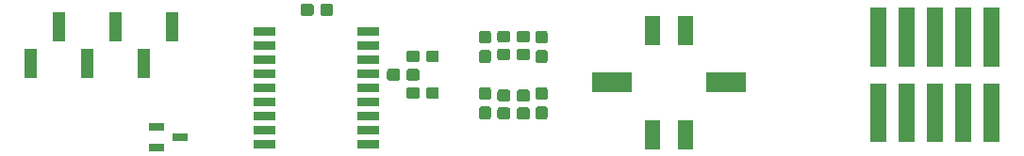
<source format=gbr>
G04 #@! TF.GenerationSoftware,KiCad,Pcbnew,(5.1.4)-1*
G04 #@! TF.CreationDate,2020-01-28T11:55:59-05:00*
G04 #@! TF.ProjectId,PDC1920,50444331-3932-4302-9e6b-696361645f70,rev?*
G04 #@! TF.SameCoordinates,Original*
G04 #@! TF.FileFunction,Soldermask,Bot*
G04 #@! TF.FilePolarity,Negative*
%FSLAX46Y46*%
G04 Gerber Fmt 4.6, Leading zero omitted, Abs format (unit mm)*
G04 Created by KiCad (PCBNEW (5.1.4)-1) date 2020-01-28 11:55:59*
%MOMM*%
%LPD*%
G04 APERTURE LIST*
%ADD10C,0.100000*%
G04 APERTURE END LIST*
D10*
G36*
X73066000Y-100803000D02*
G01*
X71714000Y-100803000D01*
X71714000Y-100101000D01*
X73066000Y-100101000D01*
X73066000Y-100803000D01*
X73066000Y-100803000D01*
G37*
G36*
X120551400Y-100586200D02*
G01*
X119179400Y-100586200D01*
X119179400Y-97944200D01*
X120551400Y-97944200D01*
X120551400Y-100586200D01*
X120551400Y-100586200D01*
G37*
G36*
X117551400Y-100586200D02*
G01*
X116179400Y-100586200D01*
X116179400Y-97944200D01*
X117551400Y-97944200D01*
X117551400Y-100586200D01*
X117551400Y-100586200D01*
G37*
G36*
X83008980Y-100515500D02*
G01*
X81056980Y-100515500D01*
X81056980Y-99763500D01*
X83008980Y-99763500D01*
X83008980Y-100515500D01*
X83008980Y-100515500D01*
G37*
G36*
X92358980Y-100515500D02*
G01*
X90406980Y-100515500D01*
X90406980Y-99763500D01*
X92358980Y-99763500D01*
X92358980Y-100515500D01*
X92358980Y-100515500D01*
G37*
G36*
X148031400Y-99923800D02*
G01*
X146608600Y-99923800D01*
X146608600Y-94640200D01*
X148031400Y-94640200D01*
X148031400Y-99923800D01*
X148031400Y-99923800D01*
G37*
G36*
X145491400Y-99923800D02*
G01*
X144068600Y-99923800D01*
X144068600Y-94640200D01*
X145491400Y-94640200D01*
X145491400Y-99923800D01*
X145491400Y-99923800D01*
G37*
G36*
X142951400Y-99923800D02*
G01*
X141528600Y-99923800D01*
X141528600Y-94640200D01*
X142951400Y-94640200D01*
X142951400Y-99923800D01*
X142951400Y-99923800D01*
G37*
G36*
X140411400Y-99923800D02*
G01*
X138988600Y-99923800D01*
X138988600Y-94640200D01*
X140411400Y-94640200D01*
X140411400Y-99923800D01*
X140411400Y-99923800D01*
G37*
G36*
X137871400Y-99923800D02*
G01*
X136448600Y-99923800D01*
X136448600Y-94640200D01*
X137871400Y-94640200D01*
X137871400Y-99923800D01*
X137871400Y-99923800D01*
G37*
G36*
X75166000Y-99853000D02*
G01*
X73814000Y-99853000D01*
X73814000Y-99151000D01*
X75166000Y-99151000D01*
X75166000Y-99853000D01*
X75166000Y-99853000D01*
G37*
G36*
X83008980Y-99245500D02*
G01*
X81056980Y-99245500D01*
X81056980Y-98493500D01*
X83008980Y-98493500D01*
X83008980Y-99245500D01*
X83008980Y-99245500D01*
G37*
G36*
X92358980Y-99245500D02*
G01*
X90406980Y-99245500D01*
X90406980Y-98493500D01*
X92358980Y-98493500D01*
X92358980Y-99245500D01*
X92358980Y-99245500D01*
G37*
G36*
X73066000Y-98903000D02*
G01*
X71714000Y-98903000D01*
X71714000Y-98201000D01*
X73066000Y-98201000D01*
X73066000Y-98903000D01*
X73066000Y-98903000D01*
G37*
G36*
X92358980Y-97975500D02*
G01*
X90406980Y-97975500D01*
X90406980Y-97223500D01*
X92358980Y-97223500D01*
X92358980Y-97975500D01*
X92358980Y-97975500D01*
G37*
G36*
X83008980Y-97975500D02*
G01*
X81056980Y-97975500D01*
X81056980Y-97223500D01*
X83008980Y-97223500D01*
X83008980Y-97975500D01*
X83008980Y-97975500D01*
G37*
G36*
X107298499Y-96735845D02*
G01*
X107335995Y-96747220D01*
X107370554Y-96765692D01*
X107400847Y-96790553D01*
X107425708Y-96820846D01*
X107444180Y-96855405D01*
X107455555Y-96892901D01*
X107460000Y-96938038D01*
X107460000Y-97676762D01*
X107455555Y-97721899D01*
X107444180Y-97759395D01*
X107425708Y-97793954D01*
X107400847Y-97824247D01*
X107370554Y-97849108D01*
X107335995Y-97867580D01*
X107298499Y-97878955D01*
X107253362Y-97883400D01*
X106614638Y-97883400D01*
X106569501Y-97878955D01*
X106532005Y-97867580D01*
X106497446Y-97849108D01*
X106467153Y-97824247D01*
X106442292Y-97793954D01*
X106423820Y-97759395D01*
X106412445Y-97721899D01*
X106408000Y-97676762D01*
X106408000Y-96938038D01*
X106412445Y-96892901D01*
X106423820Y-96855405D01*
X106442292Y-96820846D01*
X106467153Y-96790553D01*
X106497446Y-96765692D01*
X106532005Y-96747220D01*
X106569501Y-96735845D01*
X106614638Y-96731400D01*
X107253362Y-96731400D01*
X107298499Y-96735845D01*
X107298499Y-96735845D01*
G37*
G36*
X102218499Y-96735845D02*
G01*
X102255995Y-96747220D01*
X102290554Y-96765692D01*
X102320847Y-96790553D01*
X102345708Y-96820846D01*
X102364180Y-96855405D01*
X102375555Y-96892901D01*
X102380000Y-96938038D01*
X102380000Y-97676762D01*
X102375555Y-97721899D01*
X102364180Y-97759395D01*
X102345708Y-97793954D01*
X102320847Y-97824247D01*
X102290554Y-97849108D01*
X102255995Y-97867580D01*
X102218499Y-97878955D01*
X102173362Y-97883400D01*
X101534638Y-97883400D01*
X101489501Y-97878955D01*
X101452005Y-97867580D01*
X101417446Y-97849108D01*
X101387153Y-97824247D01*
X101362292Y-97793954D01*
X101343820Y-97759395D01*
X101332445Y-97721899D01*
X101328000Y-97676762D01*
X101328000Y-96938038D01*
X101332445Y-96892901D01*
X101343820Y-96855405D01*
X101362292Y-96820846D01*
X101387153Y-96790553D01*
X101417446Y-96765692D01*
X101452005Y-96747220D01*
X101489501Y-96735845D01*
X101534638Y-96731400D01*
X102173362Y-96731400D01*
X102218499Y-96735845D01*
X102218499Y-96735845D01*
G37*
G36*
X103947499Y-96823945D02*
G01*
X103984995Y-96835320D01*
X104019554Y-96853792D01*
X104049847Y-96878653D01*
X104074708Y-96908946D01*
X104093180Y-96943505D01*
X104104555Y-96981001D01*
X104109000Y-97026138D01*
X104109000Y-97664862D01*
X104104555Y-97709999D01*
X104093180Y-97747495D01*
X104074708Y-97782054D01*
X104049847Y-97812347D01*
X104019554Y-97837208D01*
X103984995Y-97855680D01*
X103947499Y-97867055D01*
X103902362Y-97871500D01*
X103163638Y-97871500D01*
X103118501Y-97867055D01*
X103081005Y-97855680D01*
X103046446Y-97837208D01*
X103016153Y-97812347D01*
X102991292Y-97782054D01*
X102972820Y-97747495D01*
X102961445Y-97709999D01*
X102957000Y-97664862D01*
X102957000Y-97026138D01*
X102961445Y-96981001D01*
X102972820Y-96943505D01*
X102991292Y-96908946D01*
X103016153Y-96878653D01*
X103046446Y-96853792D01*
X103081005Y-96835320D01*
X103118501Y-96823945D01*
X103163638Y-96819500D01*
X103902362Y-96819500D01*
X103947499Y-96823945D01*
X103947499Y-96823945D01*
G37*
G36*
X105697499Y-96823945D02*
G01*
X105734995Y-96835320D01*
X105769554Y-96853792D01*
X105799847Y-96878653D01*
X105824708Y-96908946D01*
X105843180Y-96943505D01*
X105854555Y-96981001D01*
X105859000Y-97026138D01*
X105859000Y-97664862D01*
X105854555Y-97709999D01*
X105843180Y-97747495D01*
X105824708Y-97782054D01*
X105799847Y-97812347D01*
X105769554Y-97837208D01*
X105734995Y-97855680D01*
X105697499Y-97867055D01*
X105652362Y-97871500D01*
X104913638Y-97871500D01*
X104868501Y-97867055D01*
X104831005Y-97855680D01*
X104796446Y-97837208D01*
X104766153Y-97812347D01*
X104741292Y-97782054D01*
X104722820Y-97747495D01*
X104711445Y-97709999D01*
X104707000Y-97664862D01*
X104707000Y-97026138D01*
X104711445Y-96981001D01*
X104722820Y-96943505D01*
X104741292Y-96908946D01*
X104766153Y-96878653D01*
X104796446Y-96853792D01*
X104831005Y-96835320D01*
X104868501Y-96823945D01*
X104913638Y-96819500D01*
X105652362Y-96819500D01*
X105697499Y-96823945D01*
X105697499Y-96823945D01*
G37*
G36*
X92358980Y-96705500D02*
G01*
X90406980Y-96705500D01*
X90406980Y-95953500D01*
X92358980Y-95953500D01*
X92358980Y-96705500D01*
X92358980Y-96705500D01*
G37*
G36*
X83008980Y-96705500D02*
G01*
X81056980Y-96705500D01*
X81056980Y-95953500D01*
X83008980Y-95953500D01*
X83008980Y-96705500D01*
X83008980Y-96705500D01*
G37*
G36*
X103947499Y-95211045D02*
G01*
X103984995Y-95222420D01*
X104019554Y-95240892D01*
X104049847Y-95265753D01*
X104074708Y-95296046D01*
X104093180Y-95330605D01*
X104104555Y-95368101D01*
X104109000Y-95413238D01*
X104109000Y-96051962D01*
X104104555Y-96097099D01*
X104093180Y-96134595D01*
X104074708Y-96169154D01*
X104049847Y-96199447D01*
X104019554Y-96224308D01*
X103984995Y-96242780D01*
X103947499Y-96254155D01*
X103902362Y-96258600D01*
X103163638Y-96258600D01*
X103118501Y-96254155D01*
X103081005Y-96242780D01*
X103046446Y-96224308D01*
X103016153Y-96199447D01*
X102991292Y-96169154D01*
X102972820Y-96134595D01*
X102961445Y-96097099D01*
X102957000Y-96051962D01*
X102957000Y-95413238D01*
X102961445Y-95368101D01*
X102972820Y-95330605D01*
X102991292Y-95296046D01*
X103016153Y-95265753D01*
X103046446Y-95240892D01*
X103081005Y-95222420D01*
X103118501Y-95211045D01*
X103163638Y-95206600D01*
X103902362Y-95206600D01*
X103947499Y-95211045D01*
X103947499Y-95211045D01*
G37*
G36*
X105697499Y-95211045D02*
G01*
X105734995Y-95222420D01*
X105769554Y-95240892D01*
X105799847Y-95265753D01*
X105824708Y-95296046D01*
X105843180Y-95330605D01*
X105854555Y-95368101D01*
X105859000Y-95413238D01*
X105859000Y-96051962D01*
X105854555Y-96097099D01*
X105843180Y-96134595D01*
X105824708Y-96169154D01*
X105799847Y-96199447D01*
X105769554Y-96224308D01*
X105734995Y-96242780D01*
X105697499Y-96254155D01*
X105652362Y-96258600D01*
X104913638Y-96258600D01*
X104868501Y-96254155D01*
X104831005Y-96242780D01*
X104796446Y-96224308D01*
X104766153Y-96199447D01*
X104741292Y-96169154D01*
X104722820Y-96134595D01*
X104711445Y-96097099D01*
X104707000Y-96051962D01*
X104707000Y-95413238D01*
X104711445Y-95368101D01*
X104722820Y-95330605D01*
X104741292Y-95296046D01*
X104766153Y-95265753D01*
X104796446Y-95240892D01*
X104831005Y-95222420D01*
X104868501Y-95211045D01*
X104913638Y-95206600D01*
X105652362Y-95206600D01*
X105697499Y-95211045D01*
X105697499Y-95211045D01*
G37*
G36*
X107298499Y-94985845D02*
G01*
X107335995Y-94997220D01*
X107370554Y-95015692D01*
X107400847Y-95040553D01*
X107425708Y-95070846D01*
X107444180Y-95105405D01*
X107455555Y-95142901D01*
X107460000Y-95188038D01*
X107460000Y-95926762D01*
X107455555Y-95971899D01*
X107444180Y-96009395D01*
X107425708Y-96043954D01*
X107400847Y-96074247D01*
X107370554Y-96099108D01*
X107335995Y-96117580D01*
X107298499Y-96128955D01*
X107253362Y-96133400D01*
X106614638Y-96133400D01*
X106569501Y-96128955D01*
X106532005Y-96117580D01*
X106497446Y-96099108D01*
X106467153Y-96074247D01*
X106442292Y-96043954D01*
X106423820Y-96009395D01*
X106412445Y-95971899D01*
X106408000Y-95926762D01*
X106408000Y-95188038D01*
X106412445Y-95142901D01*
X106423820Y-95105405D01*
X106442292Y-95070846D01*
X106467153Y-95040553D01*
X106497446Y-95015692D01*
X106532005Y-94997220D01*
X106569501Y-94985845D01*
X106614638Y-94981400D01*
X107253362Y-94981400D01*
X107298499Y-94985845D01*
X107298499Y-94985845D01*
G37*
G36*
X102218499Y-94985845D02*
G01*
X102255995Y-94997220D01*
X102290554Y-95015692D01*
X102320847Y-95040553D01*
X102345708Y-95070846D01*
X102364180Y-95105405D01*
X102375555Y-95142901D01*
X102380000Y-95188038D01*
X102380000Y-95926762D01*
X102375555Y-95971899D01*
X102364180Y-96009395D01*
X102345708Y-96043954D01*
X102320847Y-96074247D01*
X102290554Y-96099108D01*
X102255995Y-96117580D01*
X102218499Y-96128955D01*
X102173362Y-96133400D01*
X101534638Y-96133400D01*
X101489501Y-96128955D01*
X101452005Y-96117580D01*
X101417446Y-96099108D01*
X101387153Y-96074247D01*
X101362292Y-96043954D01*
X101343820Y-96009395D01*
X101332445Y-95971899D01*
X101328000Y-95926762D01*
X101328000Y-95188038D01*
X101332445Y-95142901D01*
X101343820Y-95105405D01*
X101362292Y-95070846D01*
X101387153Y-95040553D01*
X101417446Y-95015692D01*
X101452005Y-94997220D01*
X101489501Y-94985845D01*
X101534638Y-94981400D01*
X102173362Y-94981400D01*
X102218499Y-94985845D01*
X102218499Y-94985845D01*
G37*
G36*
X97541499Y-94982445D02*
G01*
X97578995Y-94993820D01*
X97613554Y-95012292D01*
X97643847Y-95037153D01*
X97668708Y-95067446D01*
X97687180Y-95102005D01*
X97698555Y-95139501D01*
X97703000Y-95184638D01*
X97703000Y-95823362D01*
X97698555Y-95868499D01*
X97687180Y-95905995D01*
X97668708Y-95940554D01*
X97643847Y-95970847D01*
X97613554Y-95995708D01*
X97578995Y-96014180D01*
X97541499Y-96025555D01*
X97496362Y-96030000D01*
X96757638Y-96030000D01*
X96712501Y-96025555D01*
X96675005Y-96014180D01*
X96640446Y-95995708D01*
X96610153Y-95970847D01*
X96585292Y-95940554D01*
X96566820Y-95905995D01*
X96555445Y-95868499D01*
X96551000Y-95823362D01*
X96551000Y-95184638D01*
X96555445Y-95139501D01*
X96566820Y-95102005D01*
X96585292Y-95067446D01*
X96610153Y-95037153D01*
X96640446Y-95012292D01*
X96675005Y-94993820D01*
X96712501Y-94982445D01*
X96757638Y-94978000D01*
X97496362Y-94978000D01*
X97541499Y-94982445D01*
X97541499Y-94982445D01*
G37*
G36*
X95791499Y-94982445D02*
G01*
X95828995Y-94993820D01*
X95863554Y-95012292D01*
X95893847Y-95037153D01*
X95918708Y-95067446D01*
X95937180Y-95102005D01*
X95948555Y-95139501D01*
X95953000Y-95184638D01*
X95953000Y-95823362D01*
X95948555Y-95868499D01*
X95937180Y-95905995D01*
X95918708Y-95940554D01*
X95893847Y-95970847D01*
X95863554Y-95995708D01*
X95828995Y-96014180D01*
X95791499Y-96025555D01*
X95746362Y-96030000D01*
X95007638Y-96030000D01*
X94962501Y-96025555D01*
X94925005Y-96014180D01*
X94890446Y-95995708D01*
X94860153Y-95970847D01*
X94835292Y-95940554D01*
X94816820Y-95905995D01*
X94805445Y-95868499D01*
X94801000Y-95823362D01*
X94801000Y-95184638D01*
X94805445Y-95139501D01*
X94816820Y-95102005D01*
X94835292Y-95067446D01*
X94860153Y-95037153D01*
X94890446Y-95012292D01*
X94925005Y-94993820D01*
X94962501Y-94982445D01*
X95007638Y-94978000D01*
X95746362Y-94978000D01*
X95791499Y-94982445D01*
X95791499Y-94982445D01*
G37*
G36*
X114996400Y-95441200D02*
G01*
X111464400Y-95441200D01*
X111464400Y-93689200D01*
X114996400Y-93689200D01*
X114996400Y-95441200D01*
X114996400Y-95441200D01*
G37*
G36*
X125266400Y-95441200D02*
G01*
X121734400Y-95441200D01*
X121734400Y-93689200D01*
X125266400Y-93689200D01*
X125266400Y-95441200D01*
X125266400Y-95441200D01*
G37*
G36*
X83008980Y-95435500D02*
G01*
X81056980Y-95435500D01*
X81056980Y-94683500D01*
X83008980Y-94683500D01*
X83008980Y-95435500D01*
X83008980Y-95435500D01*
G37*
G36*
X92358980Y-95435500D02*
G01*
X90406980Y-95435500D01*
X90406980Y-94683500D01*
X92358980Y-94683500D01*
X92358980Y-95435500D01*
X92358980Y-95435500D01*
G37*
G36*
X94041499Y-93331445D02*
G01*
X94078995Y-93342820D01*
X94113554Y-93361292D01*
X94143847Y-93386153D01*
X94168708Y-93416446D01*
X94187180Y-93451005D01*
X94198555Y-93488501D01*
X94203000Y-93533638D01*
X94203000Y-94172362D01*
X94198555Y-94217499D01*
X94187180Y-94254995D01*
X94168708Y-94289554D01*
X94143847Y-94319847D01*
X94113554Y-94344708D01*
X94078995Y-94363180D01*
X94041499Y-94374555D01*
X93996362Y-94379000D01*
X93257638Y-94379000D01*
X93212501Y-94374555D01*
X93175005Y-94363180D01*
X93140446Y-94344708D01*
X93110153Y-94319847D01*
X93085292Y-94289554D01*
X93066820Y-94254995D01*
X93055445Y-94217499D01*
X93051000Y-94172362D01*
X93051000Y-93533638D01*
X93055445Y-93488501D01*
X93066820Y-93451005D01*
X93085292Y-93416446D01*
X93110153Y-93386153D01*
X93140446Y-93361292D01*
X93175005Y-93342820D01*
X93212501Y-93331445D01*
X93257638Y-93327000D01*
X93996362Y-93327000D01*
X94041499Y-93331445D01*
X94041499Y-93331445D01*
G37*
G36*
X95791499Y-93331445D02*
G01*
X95828995Y-93342820D01*
X95863554Y-93361292D01*
X95893847Y-93386153D01*
X95918708Y-93416446D01*
X95937180Y-93451005D01*
X95948555Y-93488501D01*
X95953000Y-93533638D01*
X95953000Y-94172362D01*
X95948555Y-94217499D01*
X95937180Y-94254995D01*
X95918708Y-94289554D01*
X95893847Y-94319847D01*
X95863554Y-94344708D01*
X95828995Y-94363180D01*
X95791499Y-94374555D01*
X95746362Y-94379000D01*
X95007638Y-94379000D01*
X94962501Y-94374555D01*
X94925005Y-94363180D01*
X94890446Y-94344708D01*
X94860153Y-94319847D01*
X94835292Y-94289554D01*
X94816820Y-94254995D01*
X94805445Y-94217499D01*
X94801000Y-94172362D01*
X94801000Y-93533638D01*
X94805445Y-93488501D01*
X94816820Y-93451005D01*
X94835292Y-93416446D01*
X94860153Y-93386153D01*
X94890446Y-93361292D01*
X94925005Y-93342820D01*
X94962501Y-93331445D01*
X95007638Y-93327000D01*
X95746362Y-93327000D01*
X95791499Y-93331445D01*
X95791499Y-93331445D01*
G37*
G36*
X83008980Y-94165500D02*
G01*
X81056980Y-94165500D01*
X81056980Y-93413500D01*
X83008980Y-93413500D01*
X83008980Y-94165500D01*
X83008980Y-94165500D01*
G37*
G36*
X92358980Y-94165500D02*
G01*
X90406980Y-94165500D01*
X90406980Y-93413500D01*
X92358980Y-93413500D01*
X92358980Y-94165500D01*
X92358980Y-94165500D01*
G37*
G36*
X61638000Y-94147000D02*
G01*
X60536000Y-94147000D01*
X60536000Y-91535000D01*
X61638000Y-91535000D01*
X61638000Y-94147000D01*
X61638000Y-94147000D01*
G37*
G36*
X66718000Y-94147000D02*
G01*
X65616000Y-94147000D01*
X65616000Y-91535000D01*
X66718000Y-91535000D01*
X66718000Y-94147000D01*
X66718000Y-94147000D01*
G37*
G36*
X71798000Y-94147000D02*
G01*
X70696000Y-94147000D01*
X70696000Y-91535000D01*
X71798000Y-91535000D01*
X71798000Y-94147000D01*
X71798000Y-94147000D01*
G37*
G36*
X137871400Y-93116600D02*
G01*
X136448600Y-93116600D01*
X136448600Y-87833000D01*
X137871400Y-87833000D01*
X137871400Y-93116600D01*
X137871400Y-93116600D01*
G37*
G36*
X140411400Y-93116600D02*
G01*
X138988600Y-93116600D01*
X138988600Y-87833000D01*
X140411400Y-87833000D01*
X140411400Y-93116600D01*
X140411400Y-93116600D01*
G37*
G36*
X142951400Y-93116600D02*
G01*
X141528600Y-93116600D01*
X141528600Y-87833000D01*
X142951400Y-87833000D01*
X142951400Y-93116600D01*
X142951400Y-93116600D01*
G37*
G36*
X148031400Y-93116600D02*
G01*
X146608600Y-93116600D01*
X146608600Y-87833000D01*
X148031400Y-87833000D01*
X148031400Y-93116600D01*
X148031400Y-93116600D01*
G37*
G36*
X145491400Y-93116600D02*
G01*
X144068600Y-93116600D01*
X144068600Y-87833000D01*
X145491400Y-87833000D01*
X145491400Y-93116600D01*
X145491400Y-93116600D01*
G37*
G36*
X83008980Y-92895500D02*
G01*
X81056980Y-92895500D01*
X81056980Y-92143500D01*
X83008980Y-92143500D01*
X83008980Y-92895500D01*
X83008980Y-92895500D01*
G37*
G36*
X92358980Y-92895500D02*
G01*
X90406980Y-92895500D01*
X90406980Y-92143500D01*
X92358980Y-92143500D01*
X92358980Y-92895500D01*
X92358980Y-92895500D01*
G37*
G36*
X102218499Y-91653245D02*
G01*
X102255995Y-91664620D01*
X102290554Y-91683092D01*
X102320847Y-91707953D01*
X102345708Y-91738246D01*
X102364180Y-91772805D01*
X102375555Y-91810301D01*
X102380000Y-91855438D01*
X102380000Y-92594162D01*
X102375555Y-92639299D01*
X102364180Y-92676795D01*
X102345708Y-92711354D01*
X102320847Y-92741647D01*
X102290554Y-92766508D01*
X102255995Y-92784980D01*
X102218499Y-92796355D01*
X102173362Y-92800800D01*
X101534638Y-92800800D01*
X101489501Y-92796355D01*
X101452005Y-92784980D01*
X101417446Y-92766508D01*
X101387153Y-92741647D01*
X101362292Y-92711354D01*
X101343820Y-92676795D01*
X101332445Y-92639299D01*
X101328000Y-92594162D01*
X101328000Y-91855438D01*
X101332445Y-91810301D01*
X101343820Y-91772805D01*
X101362292Y-91738246D01*
X101387153Y-91707953D01*
X101417446Y-91683092D01*
X101452005Y-91664620D01*
X101489501Y-91653245D01*
X101534638Y-91648800D01*
X102173362Y-91648800D01*
X102218499Y-91653245D01*
X102218499Y-91653245D01*
G37*
G36*
X107298499Y-91653245D02*
G01*
X107335995Y-91664620D01*
X107370554Y-91683092D01*
X107400847Y-91707953D01*
X107425708Y-91738246D01*
X107444180Y-91772805D01*
X107455555Y-91810301D01*
X107460000Y-91855438D01*
X107460000Y-92594162D01*
X107455555Y-92639299D01*
X107444180Y-92676795D01*
X107425708Y-92711354D01*
X107400847Y-92741647D01*
X107370554Y-92766508D01*
X107335995Y-92784980D01*
X107298499Y-92796355D01*
X107253362Y-92800800D01*
X106614638Y-92800800D01*
X106569501Y-92796355D01*
X106532005Y-92784980D01*
X106497446Y-92766508D01*
X106467153Y-92741647D01*
X106442292Y-92711354D01*
X106423820Y-92676795D01*
X106412445Y-92639299D01*
X106408000Y-92594162D01*
X106408000Y-91855438D01*
X106412445Y-91810301D01*
X106423820Y-91772805D01*
X106442292Y-91738246D01*
X106467153Y-91707953D01*
X106497446Y-91683092D01*
X106532005Y-91664620D01*
X106569501Y-91653245D01*
X106614638Y-91648800D01*
X107253362Y-91648800D01*
X107298499Y-91653245D01*
X107298499Y-91653245D01*
G37*
G36*
X97541499Y-91680445D02*
G01*
X97578995Y-91691820D01*
X97613554Y-91710292D01*
X97643847Y-91735153D01*
X97668708Y-91765446D01*
X97687180Y-91800005D01*
X97698555Y-91837501D01*
X97703000Y-91882638D01*
X97703000Y-92521362D01*
X97698555Y-92566499D01*
X97687180Y-92603995D01*
X97668708Y-92638554D01*
X97643847Y-92668847D01*
X97613554Y-92693708D01*
X97578995Y-92712180D01*
X97541499Y-92723555D01*
X97496362Y-92728000D01*
X96757638Y-92728000D01*
X96712501Y-92723555D01*
X96675005Y-92712180D01*
X96640446Y-92693708D01*
X96610153Y-92668847D01*
X96585292Y-92638554D01*
X96566820Y-92603995D01*
X96555445Y-92566499D01*
X96551000Y-92521362D01*
X96551000Y-91882638D01*
X96555445Y-91837501D01*
X96566820Y-91800005D01*
X96585292Y-91765446D01*
X96610153Y-91735153D01*
X96640446Y-91710292D01*
X96675005Y-91691820D01*
X96712501Y-91680445D01*
X96757638Y-91676000D01*
X97496362Y-91676000D01*
X97541499Y-91680445D01*
X97541499Y-91680445D01*
G37*
G36*
X95791499Y-91680445D02*
G01*
X95828995Y-91691820D01*
X95863554Y-91710292D01*
X95893847Y-91735153D01*
X95918708Y-91765446D01*
X95937180Y-91800005D01*
X95948555Y-91837501D01*
X95953000Y-91882638D01*
X95953000Y-92521362D01*
X95948555Y-92566499D01*
X95937180Y-92603995D01*
X95918708Y-92638554D01*
X95893847Y-92668847D01*
X95863554Y-92693708D01*
X95828995Y-92712180D01*
X95791499Y-92723555D01*
X95746362Y-92728000D01*
X95007638Y-92728000D01*
X94962501Y-92723555D01*
X94925005Y-92712180D01*
X94890446Y-92693708D01*
X94860153Y-92668847D01*
X94835292Y-92638554D01*
X94816820Y-92603995D01*
X94805445Y-92566499D01*
X94801000Y-92521362D01*
X94801000Y-91882638D01*
X94805445Y-91837501D01*
X94816820Y-91800005D01*
X94835292Y-91765446D01*
X94860153Y-91735153D01*
X94890446Y-91710292D01*
X94925005Y-91691820D01*
X94962501Y-91680445D01*
X95007638Y-91676000D01*
X95746362Y-91676000D01*
X95791499Y-91680445D01*
X95791499Y-91680445D01*
G37*
G36*
X105697499Y-91502645D02*
G01*
X105734995Y-91514020D01*
X105769554Y-91532492D01*
X105799847Y-91557353D01*
X105824708Y-91587646D01*
X105843180Y-91622205D01*
X105854555Y-91659701D01*
X105859000Y-91704838D01*
X105859000Y-92343562D01*
X105854555Y-92388699D01*
X105843180Y-92426195D01*
X105824708Y-92460754D01*
X105799847Y-92491047D01*
X105769554Y-92515908D01*
X105734995Y-92534380D01*
X105697499Y-92545755D01*
X105652362Y-92550200D01*
X104913638Y-92550200D01*
X104868501Y-92545755D01*
X104831005Y-92534380D01*
X104796446Y-92515908D01*
X104766153Y-92491047D01*
X104741292Y-92460754D01*
X104722820Y-92426195D01*
X104711445Y-92388699D01*
X104707000Y-92343562D01*
X104707000Y-91704838D01*
X104711445Y-91659701D01*
X104722820Y-91622205D01*
X104741292Y-91587646D01*
X104766153Y-91557353D01*
X104796446Y-91532492D01*
X104831005Y-91514020D01*
X104868501Y-91502645D01*
X104913638Y-91498200D01*
X105652362Y-91498200D01*
X105697499Y-91502645D01*
X105697499Y-91502645D01*
G37*
G36*
X103947499Y-91502645D02*
G01*
X103984995Y-91514020D01*
X104019554Y-91532492D01*
X104049847Y-91557353D01*
X104074708Y-91587646D01*
X104093180Y-91622205D01*
X104104555Y-91659701D01*
X104109000Y-91704838D01*
X104109000Y-92343562D01*
X104104555Y-92388699D01*
X104093180Y-92426195D01*
X104074708Y-92460754D01*
X104049847Y-92491047D01*
X104019554Y-92515908D01*
X103984995Y-92534380D01*
X103947499Y-92545755D01*
X103902362Y-92550200D01*
X103163638Y-92550200D01*
X103118501Y-92545755D01*
X103081005Y-92534380D01*
X103046446Y-92515908D01*
X103016153Y-92491047D01*
X102991292Y-92460754D01*
X102972820Y-92426195D01*
X102961445Y-92388699D01*
X102957000Y-92343562D01*
X102957000Y-91704838D01*
X102961445Y-91659701D01*
X102972820Y-91622205D01*
X102991292Y-91587646D01*
X103016153Y-91557353D01*
X103046446Y-91532492D01*
X103081005Y-91514020D01*
X103118501Y-91502645D01*
X103163638Y-91498200D01*
X103902362Y-91498200D01*
X103947499Y-91502645D01*
X103947499Y-91502645D01*
G37*
G36*
X92358980Y-91625500D02*
G01*
X90406980Y-91625500D01*
X90406980Y-90873500D01*
X92358980Y-90873500D01*
X92358980Y-91625500D01*
X92358980Y-91625500D01*
G37*
G36*
X83008980Y-91625500D02*
G01*
X81056980Y-91625500D01*
X81056980Y-90873500D01*
X83008980Y-90873500D01*
X83008980Y-91625500D01*
X83008980Y-91625500D01*
G37*
G36*
X117551400Y-91186200D02*
G01*
X116179400Y-91186200D01*
X116179400Y-88544200D01*
X117551400Y-88544200D01*
X117551400Y-91186200D01*
X117551400Y-91186200D01*
G37*
G36*
X120551400Y-91186200D02*
G01*
X119179400Y-91186200D01*
X119179400Y-88544200D01*
X120551400Y-88544200D01*
X120551400Y-91186200D01*
X120551400Y-91186200D01*
G37*
G36*
X107298499Y-89903245D02*
G01*
X107335995Y-89914620D01*
X107370554Y-89933092D01*
X107400847Y-89957953D01*
X107425708Y-89988246D01*
X107444180Y-90022805D01*
X107455555Y-90060301D01*
X107460000Y-90105438D01*
X107460000Y-90844162D01*
X107455555Y-90889299D01*
X107444180Y-90926795D01*
X107425708Y-90961354D01*
X107400847Y-90991647D01*
X107370554Y-91016508D01*
X107335995Y-91034980D01*
X107298499Y-91046355D01*
X107253362Y-91050800D01*
X106614638Y-91050800D01*
X106569501Y-91046355D01*
X106532005Y-91034980D01*
X106497446Y-91016508D01*
X106467153Y-90991647D01*
X106442292Y-90961354D01*
X106423820Y-90926795D01*
X106412445Y-90889299D01*
X106408000Y-90844162D01*
X106408000Y-90105438D01*
X106412445Y-90060301D01*
X106423820Y-90022805D01*
X106442292Y-89988246D01*
X106467153Y-89957953D01*
X106497446Y-89933092D01*
X106532005Y-89914620D01*
X106569501Y-89903245D01*
X106614638Y-89898800D01*
X107253362Y-89898800D01*
X107298499Y-89903245D01*
X107298499Y-89903245D01*
G37*
G36*
X102218499Y-89903245D02*
G01*
X102255995Y-89914620D01*
X102290554Y-89933092D01*
X102320847Y-89957953D01*
X102345708Y-89988246D01*
X102364180Y-90022805D01*
X102375555Y-90060301D01*
X102380000Y-90105438D01*
X102380000Y-90844162D01*
X102375555Y-90889299D01*
X102364180Y-90926795D01*
X102345708Y-90961354D01*
X102320847Y-90991647D01*
X102290554Y-91016508D01*
X102255995Y-91034980D01*
X102218499Y-91046355D01*
X102173362Y-91050800D01*
X101534638Y-91050800D01*
X101489501Y-91046355D01*
X101452005Y-91034980D01*
X101417446Y-91016508D01*
X101387153Y-90991647D01*
X101362292Y-90961354D01*
X101343820Y-90926795D01*
X101332445Y-90889299D01*
X101328000Y-90844162D01*
X101328000Y-90105438D01*
X101332445Y-90060301D01*
X101343820Y-90022805D01*
X101362292Y-89988246D01*
X101387153Y-89957953D01*
X101417446Y-89933092D01*
X101452005Y-89914620D01*
X101489501Y-89903245D01*
X101534638Y-89898800D01*
X102173362Y-89898800D01*
X102218499Y-89903245D01*
X102218499Y-89903245D01*
G37*
G36*
X103947499Y-89902445D02*
G01*
X103984995Y-89913820D01*
X104019554Y-89932292D01*
X104049847Y-89957153D01*
X104074708Y-89987446D01*
X104093180Y-90022005D01*
X104104555Y-90059501D01*
X104109000Y-90104638D01*
X104109000Y-90743362D01*
X104104555Y-90788499D01*
X104093180Y-90825995D01*
X104074708Y-90860554D01*
X104049847Y-90890847D01*
X104019554Y-90915708D01*
X103984995Y-90934180D01*
X103947499Y-90945555D01*
X103902362Y-90950000D01*
X103163638Y-90950000D01*
X103118501Y-90945555D01*
X103081005Y-90934180D01*
X103046446Y-90915708D01*
X103016153Y-90890847D01*
X102991292Y-90860554D01*
X102972820Y-90825995D01*
X102961445Y-90788499D01*
X102957000Y-90743362D01*
X102957000Y-90104638D01*
X102961445Y-90059501D01*
X102972820Y-90022005D01*
X102991292Y-89987446D01*
X103016153Y-89957153D01*
X103046446Y-89932292D01*
X103081005Y-89913820D01*
X103118501Y-89902445D01*
X103163638Y-89898000D01*
X103902362Y-89898000D01*
X103947499Y-89902445D01*
X103947499Y-89902445D01*
G37*
G36*
X105697499Y-89902445D02*
G01*
X105734995Y-89913820D01*
X105769554Y-89932292D01*
X105799847Y-89957153D01*
X105824708Y-89987446D01*
X105843180Y-90022005D01*
X105854555Y-90059501D01*
X105859000Y-90104638D01*
X105859000Y-90743362D01*
X105854555Y-90788499D01*
X105843180Y-90825995D01*
X105824708Y-90860554D01*
X105799847Y-90890847D01*
X105769554Y-90915708D01*
X105734995Y-90934180D01*
X105697499Y-90945555D01*
X105652362Y-90950000D01*
X104913638Y-90950000D01*
X104868501Y-90945555D01*
X104831005Y-90934180D01*
X104796446Y-90915708D01*
X104766153Y-90890847D01*
X104741292Y-90860554D01*
X104722820Y-90825995D01*
X104711445Y-90788499D01*
X104707000Y-90743362D01*
X104707000Y-90104638D01*
X104711445Y-90059501D01*
X104722820Y-90022005D01*
X104741292Y-89987446D01*
X104766153Y-89957153D01*
X104796446Y-89932292D01*
X104831005Y-89913820D01*
X104868501Y-89902445D01*
X104913638Y-89898000D01*
X105652362Y-89898000D01*
X105697499Y-89902445D01*
X105697499Y-89902445D01*
G37*
G36*
X69258000Y-90837000D02*
G01*
X68156000Y-90837000D01*
X68156000Y-88225000D01*
X69258000Y-88225000D01*
X69258000Y-90837000D01*
X69258000Y-90837000D01*
G37*
G36*
X74338000Y-90837000D02*
G01*
X73236000Y-90837000D01*
X73236000Y-88225000D01*
X74338000Y-88225000D01*
X74338000Y-90837000D01*
X74338000Y-90837000D01*
G37*
G36*
X64178000Y-90837000D02*
G01*
X63076000Y-90837000D01*
X63076000Y-88225000D01*
X64178000Y-88225000D01*
X64178000Y-90837000D01*
X64178000Y-90837000D01*
G37*
G36*
X83008980Y-90355500D02*
G01*
X81056980Y-90355500D01*
X81056980Y-89603500D01*
X83008980Y-89603500D01*
X83008980Y-90355500D01*
X83008980Y-90355500D01*
G37*
G36*
X92358980Y-90355500D02*
G01*
X90406980Y-90355500D01*
X90406980Y-89603500D01*
X92358980Y-89603500D01*
X92358980Y-90355500D01*
X92358980Y-90355500D01*
G37*
G36*
X88044499Y-87489445D02*
G01*
X88081995Y-87500820D01*
X88116554Y-87519292D01*
X88146847Y-87544153D01*
X88171708Y-87574446D01*
X88190180Y-87609005D01*
X88201555Y-87646501D01*
X88206000Y-87691638D01*
X88206000Y-88330362D01*
X88201555Y-88375499D01*
X88190180Y-88412995D01*
X88171708Y-88447554D01*
X88146847Y-88477847D01*
X88116554Y-88502708D01*
X88081995Y-88521180D01*
X88044499Y-88532555D01*
X87999362Y-88537000D01*
X87260638Y-88537000D01*
X87215501Y-88532555D01*
X87178005Y-88521180D01*
X87143446Y-88502708D01*
X87113153Y-88477847D01*
X87088292Y-88447554D01*
X87069820Y-88412995D01*
X87058445Y-88375499D01*
X87054000Y-88330362D01*
X87054000Y-87691638D01*
X87058445Y-87646501D01*
X87069820Y-87609005D01*
X87088292Y-87574446D01*
X87113153Y-87544153D01*
X87143446Y-87519292D01*
X87178005Y-87500820D01*
X87215501Y-87489445D01*
X87260638Y-87485000D01*
X87999362Y-87485000D01*
X88044499Y-87489445D01*
X88044499Y-87489445D01*
G37*
G36*
X86294499Y-87489445D02*
G01*
X86331995Y-87500820D01*
X86366554Y-87519292D01*
X86396847Y-87544153D01*
X86421708Y-87574446D01*
X86440180Y-87609005D01*
X86451555Y-87646501D01*
X86456000Y-87691638D01*
X86456000Y-88330362D01*
X86451555Y-88375499D01*
X86440180Y-88412995D01*
X86421708Y-88447554D01*
X86396847Y-88477847D01*
X86366554Y-88502708D01*
X86331995Y-88521180D01*
X86294499Y-88532555D01*
X86249362Y-88537000D01*
X85510638Y-88537000D01*
X85465501Y-88532555D01*
X85428005Y-88521180D01*
X85393446Y-88502708D01*
X85363153Y-88477847D01*
X85338292Y-88447554D01*
X85319820Y-88412995D01*
X85308445Y-88375499D01*
X85304000Y-88330362D01*
X85304000Y-87691638D01*
X85308445Y-87646501D01*
X85319820Y-87609005D01*
X85338292Y-87574446D01*
X85363153Y-87544153D01*
X85393446Y-87519292D01*
X85428005Y-87500820D01*
X85465501Y-87489445D01*
X85510638Y-87485000D01*
X86249362Y-87485000D01*
X86294499Y-87489445D01*
X86294499Y-87489445D01*
G37*
M02*

</source>
